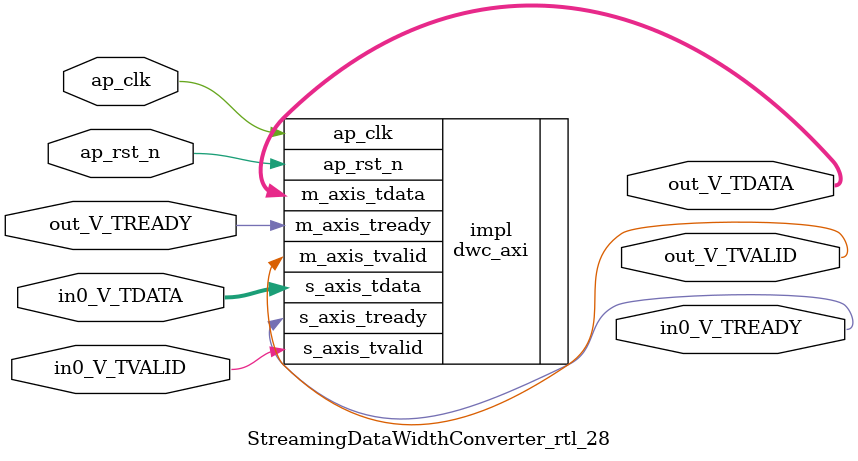
<source format=v>
/******************************************************************************
 * Copyright (C) 2023, Advanced Micro Devices, Inc.
 * All rights reserved.
 *
 * Redistribution and use in source and binary forms, with or without
 * modification, are permitted provided that the following conditions are met:
 *
 *  1. Redistributions of source code must retain the above copyright notice,
 *     this list of conditions and the following disclaimer.
 *
 *  2. Redistributions in binary form must reproduce the above copyright
 *     notice, this list of conditions and the following disclaimer in the
 *     documentation and/or other materials provided with the distribution.
 *
 *  3. Neither the name of the copyright holder nor the names of its
 *     contributors may be used to endorse or promote products derived from
 *     this software without specific prior written permission.
 *
 * THIS SOFTWARE IS PROVIDED BY THE COPYRIGHT HOLDERS AND CONTRIBUTORS "AS IS"
 * AND ANY EXPRESS OR IMPLIED WARRANTIES, INCLUDING, BUT NOT LIMITED TO,
 * THE IMPLIED WARRANTIES OF MERCHANTABILITY AND FITNESS FOR A PARTICULAR
 * PURPOSE ARE DISCLAIMED. IN NO EVENT SHALL THE COPYRIGHT HOLDER OR
 * CONTRIBUTORS BE LIABLE FOR ANY DIRECT, INDIRECT, INCIDENTAL, SPECIAL,
 * EXEMPLARY, OR CONSEQUENTIAL DAMAGES (INCLUDING, BUT NOT LIMITED TO,
 * PROCUREMENT OF SUBSTITUTE GOODS OR SERVICES; LOSS OF USE, DATA, OR PROFITS;
 * OR BUSINESS INTERRUPTION). HOWEVER CAUSED AND ON ANY THEORY OF LIABILITY,
 * WHETHER IN CONTRACT, STRICT LIABILITY, OR TORT (INCLUDING NEGLIGENCE OR
 * OTHERWISE) ARISING IN ANY WAY OUT OF THE USE OF THIS SOFTWARE, EVEN IF
 * ADVISED OF THE POSSIBILITY OF SUCH DAMAGE.
 *****************************************************************************/

module StreamingDataWidthConverter_rtl_28 #(
	parameter  IBITS = 5,
	parameter  OBITS = 320,

	parameter  AXI_IBITS = (IBITS+7)/8 * 8,
	parameter  AXI_OBITS = (OBITS+7)/8 * 8
)(
	//- Global Control ------------------
	(* X_INTERFACE_INFO = "xilinx.com:signal:clock:1.0 ap_clk CLK" *)
	(* X_INTERFACE_PARAMETER = "ASSOCIATED_BUSIF in0_V:out_V, ASSOCIATED_RESET ap_rst_n" *)
	input	ap_clk,
	(* X_INTERFACE_PARAMETER = "POLARITY ACTIVE_LOW" *)
	input	ap_rst_n,

	//- AXI Stream - Input --------------
	output	in0_V_TREADY,
	input	in0_V_TVALID,
	input	[AXI_IBITS-1:0]  in0_V_TDATA,

	//- AXI Stream - Output -------------
	input	out_V_TREADY,
	output	out_V_TVALID,
	output	[AXI_OBITS-1:0]  out_V_TDATA
);

	dwc_axi #(
		.IBITS(IBITS),
		.OBITS(OBITS)
	) impl (
		.ap_clk(ap_clk),
		.ap_rst_n(ap_rst_n),
		.s_axis_tready(in0_V_TREADY),
		.s_axis_tvalid(in0_V_TVALID),
		.s_axis_tdata(in0_V_TDATA),
		.m_axis_tready(out_V_TREADY),
		.m_axis_tvalid(out_V_TVALID),
		.m_axis_tdata(out_V_TDATA)
	);

endmodule

</source>
